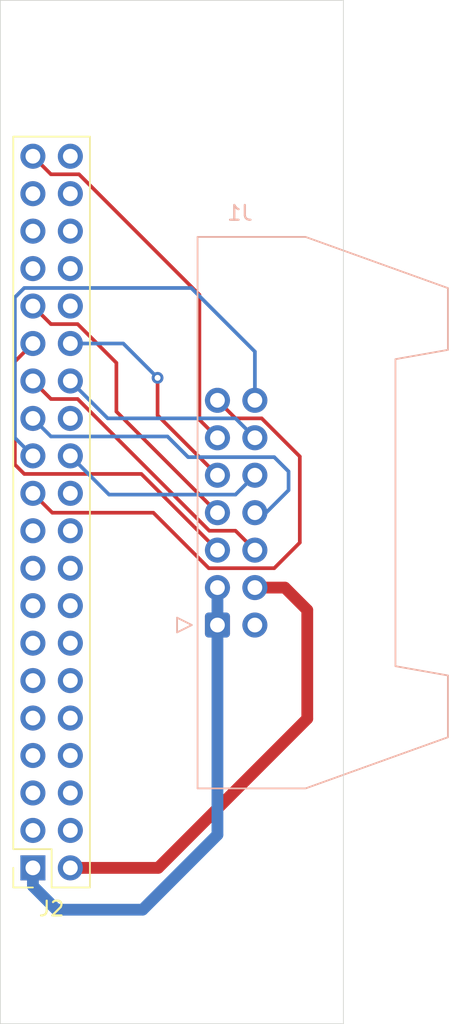
<source format=kicad_pcb>
(kicad_pcb (version 20171130) (host pcbnew "(5.1.10)-1")

  (general
    (thickness 1.6)
    (drawings 4)
    (tracks 65)
    (zones 0)
    (modules 4)
    (nets 13)
  )

  (page A4)
  (layers
    (0 F.Cu signal)
    (31 B.Cu signal)
    (32 B.Adhes user)
    (33 F.Adhes user)
    (34 B.Paste user)
    (35 F.Paste user)
    (36 B.SilkS user)
    (37 F.SilkS user)
    (38 B.Mask user)
    (39 F.Mask user)
    (40 Dwgs.User user)
    (41 Cmts.User user)
    (42 Eco1.User user)
    (43 Eco2.User user)
    (44 Edge.Cuts user)
    (45 Margin user)
    (46 B.CrtYd user)
    (47 F.CrtYd user)
    (48 B.Fab user)
    (49 F.Fab user)
  )

  (setup
    (last_trace_width 0.25)
    (user_trace_width 0.2)
    (user_trace_width 0.8)
    (user_trace_width 1.5)
    (user_trace_width 2)
    (trace_clearance 0.25)
    (zone_clearance 0.508)
    (zone_45_only no)
    (trace_min 0.2)
    (via_size 0.8)
    (via_drill 0.4)
    (via_min_size 0.4)
    (via_min_drill 0.3)
    (uvia_size 0.3)
    (uvia_drill 0.1)
    (uvias_allowed no)
    (uvia_min_size 0.2)
    (uvia_min_drill 0.1)
    (edge_width 0.05)
    (segment_width 0.2)
    (pcb_text_width 0.3)
    (pcb_text_size 1.5 1.5)
    (mod_edge_width 0.12)
    (mod_text_size 1 1)
    (mod_text_width 0.15)
    (pad_size 3.2 3.2)
    (pad_drill 3.2)
    (pad_to_mask_clearance 0)
    (aux_axis_origin 0 0)
    (grid_origin 58.928 51.816)
    (visible_elements 7FFFFFFF)
    (pcbplotparams
      (layerselection 0x010fc_ffffffff)
      (usegerberextensions false)
      (usegerberattributes true)
      (usegerberadvancedattributes true)
      (creategerberjobfile true)
      (excludeedgelayer true)
      (linewidth 0.100000)
      (plotframeref false)
      (viasonmask false)
      (mode 1)
      (useauxorigin false)
      (hpglpennumber 1)
      (hpglpenspeed 20)
      (hpglpendiameter 15.000000)
      (psnegative false)
      (psa4output false)
      (plotreference true)
      (plotvalue true)
      (plotinvisibletext false)
      (padsonsilk false)
      (subtractmaskfromsilk false)
      (outputformat 1)
      (mirror false)
      (drillshape 1)
      (scaleselection 1)
      (outputdirectory ""))
  )

  (net 0 "")
  (net 1 LCD_CS)
  (net 2 LCD_MISO)
  (net 3 LCD_SCLK)
  (net 4 LCD_DC)
  (net 5 LCD_MOSI)
  (net 6 +3V3)
  (net 7 Reset)
  (net 8 Touch_INT)
  (net 9 Touch_SCL)
  (net 10 Touch_SDA)
  (net 11 LCD_BackLight)
  (net 12 GND)

  (net_class Default "This is the default net class."
    (clearance 0.25)
    (trace_width 0.25)
    (via_dia 0.8)
    (via_drill 0.4)
    (uvia_dia 0.3)
    (uvia_drill 0.1)
    (add_net +3V3)
    (add_net GND)
    (add_net LCD_BackLight)
    (add_net LCD_CS)
    (add_net LCD_DC)
    (add_net LCD_MISO)
    (add_net LCD_MOSI)
    (add_net LCD_SCLK)
    (add_net Reset)
    (add_net Touch_INT)
    (add_net Touch_SCL)
    (add_net Touch_SDA)
  )

  (module MountingHole:MountingHole_3.2mm_M3 (layer F.Cu) (tedit 56D1B4CB) (tstamp 620AC845)
    (at 58.928 114.216)
    (descr "Mounting Hole 3.2mm, no annular, M3")
    (tags "mounting hole 3.2mm no annular m3")
    (attr virtual)
    (fp_text reference REF** (at 0 -4.2) (layer F.SilkS) hide
      (effects (font (size 1 1) (thickness 0.15)))
    )
    (fp_text value MountingHole_3.2mm_M3 (at -2.032 15.748) (layer F.Fab) hide
      (effects (font (size 1 1) (thickness 0.15)))
    )
    (fp_circle (center 0 0) (end 3.2 0) (layer Cmts.User) (width 0.15))
    (fp_circle (center 0 0) (end 3.45 0) (layer F.CrtYd) (width 0.05))
    (fp_text user %R (at 3.302 12.7) (layer F.Fab) hide
      (effects (font (size 1 1) (thickness 0.15)))
    )
    (pad 1 np_thru_hole circle (at 0 0) (size 3.2 3.2) (drill 3.2) (layers *.Cu *.Mask))
  )

  (module MountingHole:MountingHole_3.2mm_M3 (layer F.Cu) (tedit 56D1B4CB) (tstamp 620AC785)
    (at 58.928 51.816)
    (descr "Mounting Hole 3.2mm, no annular, M3")
    (tags "mounting hole 3.2mm no annular m3")
    (attr virtual)
    (fp_text reference REF** (at 0 -4.2) (layer F.SilkS) hide
      (effects (font (size 1 1) (thickness 0.15)))
    )
    (fp_text value M3 (at 8.382 -11.43) (layer F.Fab) hide
      (effects (font (size 1 1) (thickness 0.15)))
    )
    (fp_circle (center 0 0) (end 3.2 0) (layer Cmts.User) (width 0.15))
    (fp_circle (center 0 0) (end 3.45 0) (layer F.CrtYd) (width 0.05))
    (fp_text user %R (at 6.096 -7.874) (layer F.Fab) hide
      (effects (font (size 1 1) (thickness 0.15)))
    )
    (pad 1 np_thru_hole circle (at 0 0) (size 3.2 3.2) (drill 3.2) (layers *.Cu *.Mask))
  )

  (module Connector_PinSocket_2.54mm:PinSocket_2x20_P2.54mm_Vertical (layer F.Cu) (tedit 5A19A433) (tstamp 6209E70E)
    (at 47.928 107.146 180)
    (descr "Through hole straight socket strip, 2x20, 2.54mm pitch, double cols (from Kicad 4.0.7), script generated")
    (tags "Through hole socket strip THT 2x20 2.54mm double row")
    (path /62095E19)
    (fp_text reference J2 (at -1.27 -2.77) (layer F.SilkS)
      (effects (font (size 1 1) (thickness 0.15)))
    )
    (fp_text value Disp (at -1.27 51.03) (layer F.Fab)
      (effects (font (size 1 1) (thickness 0.15)))
    )
    (fp_line (start -4.34 50) (end -4.34 -1.8) (layer F.CrtYd) (width 0.05))
    (fp_line (start 1.76 50) (end -4.34 50) (layer F.CrtYd) (width 0.05))
    (fp_line (start 1.76 -1.8) (end 1.76 50) (layer F.CrtYd) (width 0.05))
    (fp_line (start -4.34 -1.8) (end 1.76 -1.8) (layer F.CrtYd) (width 0.05))
    (fp_line (start 0 -1.33) (end 1.33 -1.33) (layer F.SilkS) (width 0.12))
    (fp_line (start 1.33 -1.33) (end 1.33 0) (layer F.SilkS) (width 0.12))
    (fp_line (start -1.27 -1.33) (end -1.27 1.27) (layer F.SilkS) (width 0.12))
    (fp_line (start -1.27 1.27) (end 1.33 1.27) (layer F.SilkS) (width 0.12))
    (fp_line (start 1.33 1.27) (end 1.33 49.59) (layer F.SilkS) (width 0.12))
    (fp_line (start -3.87 49.59) (end 1.33 49.59) (layer F.SilkS) (width 0.12))
    (fp_line (start -3.87 -1.33) (end -3.87 49.59) (layer F.SilkS) (width 0.12))
    (fp_line (start -3.87 -1.33) (end -1.27 -1.33) (layer F.SilkS) (width 0.12))
    (fp_line (start -3.81 49.53) (end -3.81 -1.27) (layer F.Fab) (width 0.1))
    (fp_line (start 1.27 49.53) (end -3.81 49.53) (layer F.Fab) (width 0.1))
    (fp_line (start 1.27 -0.27) (end 1.27 49.53) (layer F.Fab) (width 0.1))
    (fp_line (start 0.27 -1.27) (end 1.27 -0.27) (layer F.Fab) (width 0.1))
    (fp_line (start -3.81 -1.27) (end 0.27 -1.27) (layer F.Fab) (width 0.1))
    (fp_text user %R (at -1.27 24.13 90) (layer F.Fab)
      (effects (font (size 1 1) (thickness 0.15)))
    )
    (pad 40 thru_hole oval (at -2.54 48.26 180) (size 1.7 1.7) (drill 1) (layers *.Cu *.Mask))
    (pad 39 thru_hole oval (at 0 48.26 180) (size 1.7 1.7) (drill 1) (layers *.Cu *.Mask)
      (net 8 Touch_INT))
    (pad 38 thru_hole oval (at -2.54 45.72 180) (size 1.7 1.7) (drill 1) (layers *.Cu *.Mask))
    (pad 37 thru_hole oval (at 0 45.72 180) (size 1.7 1.7) (drill 1) (layers *.Cu *.Mask))
    (pad 36 thru_hole oval (at -2.54 43.18 180) (size 1.7 1.7) (drill 1) (layers *.Cu *.Mask))
    (pad 35 thru_hole oval (at 0 43.18 180) (size 1.7 1.7) (drill 1) (layers *.Cu *.Mask))
    (pad 34 thru_hole oval (at -2.54 40.64 180) (size 1.7 1.7) (drill 1) (layers *.Cu *.Mask))
    (pad 33 thru_hole oval (at 0 40.64 180) (size 1.7 1.7) (drill 1) (layers *.Cu *.Mask))
    (pad 32 thru_hole oval (at -2.54 38.1 180) (size 1.7 1.7) (drill 1) (layers *.Cu *.Mask))
    (pad 31 thru_hole oval (at 0 38.1 180) (size 1.7 1.7) (drill 1) (layers *.Cu *.Mask)
      (net 10 Touch_SDA))
    (pad 30 thru_hole oval (at -2.54 35.56 180) (size 1.7 1.7) (drill 1) (layers *.Cu *.Mask)
      (net 9 Touch_SCL))
    (pad 29 thru_hole oval (at 0 35.56 180) (size 1.7 1.7) (drill 1) (layers *.Cu *.Mask)
      (net 11 LCD_BackLight))
    (pad 28 thru_hole oval (at -2.54 33.02 180) (size 1.7 1.7) (drill 1) (layers *.Cu *.Mask)
      (net 2 LCD_MISO))
    (pad 27 thru_hole oval (at 0 33.02 180) (size 1.7 1.7) (drill 1) (layers *.Cu *.Mask)
      (net 5 LCD_MOSI))
    (pad 26 thru_hole oval (at -2.54 30.48 180) (size 1.7 1.7) (drill 1) (layers *.Cu *.Mask))
    (pad 25 thru_hole oval (at 0 30.48 180) (size 1.7 1.7) (drill 1) (layers *.Cu *.Mask)
      (net 4 LCD_DC))
    (pad 24 thru_hole oval (at -2.54 27.94 180) (size 1.7 1.7) (drill 1) (layers *.Cu *.Mask)
      (net 3 LCD_SCLK))
    (pad 23 thru_hole oval (at 0 27.94 180) (size 1.7 1.7) (drill 1) (layers *.Cu *.Mask)
      (net 1 LCD_CS))
    (pad 22 thru_hole oval (at -2.54 25.4 180) (size 1.7 1.7) (drill 1) (layers *.Cu *.Mask))
    (pad 21 thru_hole oval (at 0 25.4 180) (size 1.7 1.7) (drill 1) (layers *.Cu *.Mask)
      (net 7 Reset))
    (pad 20 thru_hole oval (at -2.54 22.86 180) (size 1.7 1.7) (drill 1) (layers *.Cu *.Mask))
    (pad 19 thru_hole oval (at 0 22.86 180) (size 1.7 1.7) (drill 1) (layers *.Cu *.Mask))
    (pad 18 thru_hole oval (at -2.54 20.32 180) (size 1.7 1.7) (drill 1) (layers *.Cu *.Mask))
    (pad 17 thru_hole oval (at 0 20.32 180) (size 1.7 1.7) (drill 1) (layers *.Cu *.Mask))
    (pad 16 thru_hole oval (at -2.54 17.78 180) (size 1.7 1.7) (drill 1) (layers *.Cu *.Mask))
    (pad 15 thru_hole oval (at 0 17.78 180) (size 1.7 1.7) (drill 1) (layers *.Cu *.Mask))
    (pad 14 thru_hole oval (at -2.54 15.24 180) (size 1.7 1.7) (drill 1) (layers *.Cu *.Mask))
    (pad 13 thru_hole oval (at 0 15.24 180) (size 1.7 1.7) (drill 1) (layers *.Cu *.Mask))
    (pad 12 thru_hole oval (at -2.54 12.7 180) (size 1.7 1.7) (drill 1) (layers *.Cu *.Mask))
    (pad 11 thru_hole oval (at 0 12.7 180) (size 1.7 1.7) (drill 1) (layers *.Cu *.Mask))
    (pad 10 thru_hole oval (at -2.54 10.16 180) (size 1.7 1.7) (drill 1) (layers *.Cu *.Mask))
    (pad 9 thru_hole oval (at 0 10.16 180) (size 1.7 1.7) (drill 1) (layers *.Cu *.Mask))
    (pad 8 thru_hole oval (at -2.54 7.62 180) (size 1.7 1.7) (drill 1) (layers *.Cu *.Mask))
    (pad 7 thru_hole oval (at 0 7.62 180) (size 1.7 1.7) (drill 1) (layers *.Cu *.Mask))
    (pad 6 thru_hole oval (at -2.54 5.08 180) (size 1.7 1.7) (drill 1) (layers *.Cu *.Mask))
    (pad 5 thru_hole oval (at 0 5.08 180) (size 1.7 1.7) (drill 1) (layers *.Cu *.Mask))
    (pad 4 thru_hole oval (at -2.54 2.54 180) (size 1.7 1.7) (drill 1) (layers *.Cu *.Mask))
    (pad 3 thru_hole oval (at 0 2.54 180) (size 1.7 1.7) (drill 1) (layers *.Cu *.Mask))
    (pad 2 thru_hole oval (at -2.54 0 180) (size 1.7 1.7) (drill 1) (layers *.Cu *.Mask)
      (net 6 +3V3))
    (pad 1 thru_hole rect (at 0 0 180) (size 1.7 1.7) (drill 1) (layers *.Cu *.Mask)
      (net 12 GND))
    (model ${KIPRJMOD}/shapes3D/PinSocket_2x20_P2.54mm_Vertical.wrl
      (at (xyz 0 0 0))
      (scale (xyz 1 1 1))
      (rotate (xyz 0 0 0))
    )
  )

  (module Connector_IDC:IDC-Header_2x07_P2.54mm_Latch_Horizontal (layer B.Cu) (tedit 5EAC9A07) (tstamp 6209E6D0)
    (at 60.452 90.678)
    (descr "Through hole IDC header, 2x07, 2.54mm pitch, DIN 41651 / IEC 60603-13, double rows latches, https://docs.google.com/spreadsheets/d/16SsEcesNF15N3Lb4niX7dcUr-NY5_MFPQhobNuNppn4/edit#gid=0")
    (tags "Through hole horizontal IDC header THT 2x07 2.54mm double row")
    (path /6209B0F5)
    (fp_text reference J1 (at 1.524 -27.94) (layer B.SilkS)
      (effects (font (size 1 1) (thickness 0.15)) (justify mirror))
    )
    (fp_text value MCU (at 7.145 -27.21) (layer B.Fab)
      (effects (font (size 1 1) (thickness 0.15)) (justify mirror))
    )
    (fp_line (start -1.24 10.97) (end 5.87 10.97) (layer B.Fab) (width 0.1))
    (fp_line (start 5.87 10.97) (end 15.53 7.5) (layer B.Fab) (width 0.1))
    (fp_line (start 15.53 7.5) (end 15.53 3.53) (layer B.Fab) (width 0.1))
    (fp_line (start 15.53 3.53) (end 11.97 2.9) (layer B.Fab) (width 0.1))
    (fp_line (start 11.97 2.9) (end 11.97 -18.14) (layer B.Fab) (width 0.1))
    (fp_line (start 11.97 -18.14) (end 15.53 -18.77) (layer B.Fab) (width 0.1))
    (fp_line (start 15.53 -18.77) (end 15.53 -22.74) (layer B.Fab) (width 0.1))
    (fp_line (start 15.53 -22.74) (end 5.87 -26.21) (layer B.Fab) (width 0.1))
    (fp_line (start 5.87 -26.21) (end -1.24 -26.21) (layer B.Fab) (width 0.1))
    (fp_line (start -1.24 -26.21) (end -1.24 10.97) (layer B.Fab) (width 0.1))
    (fp_line (start -1.35 11.08) (end 5.98 11.08) (layer B.SilkS) (width 0.12))
    (fp_line (start 5.98 11.08) (end 15.64 7.61) (layer B.SilkS) (width 0.12))
    (fp_line (start 15.64 7.61) (end 15.64 3.42) (layer B.SilkS) (width 0.12))
    (fp_line (start 15.64 3.42) (end 12.08 2.79) (layer B.SilkS) (width 0.12))
    (fp_line (start 12.08 2.79) (end 12.08 -18.03) (layer B.SilkS) (width 0.12))
    (fp_line (start 12.08 -18.03) (end 15.64 -18.66) (layer B.SilkS) (width 0.12))
    (fp_line (start 15.64 -18.66) (end 15.64 -22.85) (layer B.SilkS) (width 0.12))
    (fp_line (start 15.64 -22.85) (end 5.98 -26.32) (layer B.SilkS) (width 0.12))
    (fp_line (start 5.98 -26.32) (end -1.35 -26.32) (layer B.SilkS) (width 0.12))
    (fp_line (start -1.35 -26.32) (end -1.35 11.08) (layer B.SilkS) (width 0.12))
    (fp_line (start -1.74 0) (end -2.74 0.5) (layer B.SilkS) (width 0.12))
    (fp_line (start -2.74 0.5) (end -2.74 -0.5) (layer B.SilkS) (width 0.12))
    (fp_line (start -2.74 -0.5) (end -1.74 0) (layer B.SilkS) (width 0.12))
    (fp_line (start -1.74 11.47) (end -1.74 -26.71) (layer B.CrtYd) (width 0.05))
    (fp_line (start -1.74 -26.71) (end 16.03 -26.71) (layer B.CrtYd) (width 0.05))
    (fp_line (start 16.03 -26.71) (end 16.03 11.47) (layer B.CrtYd) (width 0.05))
    (fp_line (start 16.03 11.47) (end -1.74 11.47) (layer B.CrtYd) (width 0.05))
    (fp_text user %R (at -3.302 -3.048 -90) (layer B.Fab)
      (effects (font (size 1 1) (thickness 0.15)) (justify mirror))
    )
    (pad 14 thru_hole circle (at 2.54 -15.24) (size 1.7 1.7) (drill 1) (layers *.Cu *.Mask)
      (net 1 LCD_CS))
    (pad 12 thru_hole circle (at 2.54 -12.7) (size 1.7 1.7) (drill 1) (layers *.Cu *.Mask)
      (net 2 LCD_MISO))
    (pad 10 thru_hole circle (at 2.54 -10.16) (size 1.7 1.7) (drill 1) (layers *.Cu *.Mask)
      (net 3 LCD_SCLK))
    (pad 8 thru_hole circle (at 2.54 -7.62) (size 1.7 1.7) (drill 1) (layers *.Cu *.Mask)
      (net 4 LCD_DC))
    (pad 6 thru_hole circle (at 2.54 -5.08) (size 1.7 1.7) (drill 1) (layers *.Cu *.Mask)
      (net 5 LCD_MOSI))
    (pad 4 thru_hole circle (at 2.54 -2.54) (size 1.7 1.7) (drill 1) (layers *.Cu *.Mask)
      (net 6 +3V3))
    (pad 2 thru_hole circle (at 2.54 0) (size 1.7 1.7) (drill 1) (layers *.Cu *.Mask))
    (pad 13 thru_hole circle (at 0 -15.24) (size 1.7 1.7) (drill 1) (layers *.Cu *.Mask)
      (net 7 Reset))
    (pad 11 thru_hole circle (at 0 -12.7) (size 1.7 1.7) (drill 1) (layers *.Cu *.Mask)
      (net 8 Touch_INT))
    (pad 9 thru_hole circle (at 0 -10.16) (size 1.7 1.7) (drill 1) (layers *.Cu *.Mask)
      (net 9 Touch_SCL))
    (pad 7 thru_hole circle (at 0 -7.62) (size 1.7 1.7) (drill 1) (layers *.Cu *.Mask)
      (net 10 Touch_SDA))
    (pad 5 thru_hole circle (at 0 -5.08) (size 1.7 1.7) (drill 1) (layers *.Cu *.Mask)
      (net 11 LCD_BackLight))
    (pad 3 thru_hole circle (at 0 -2.54) (size 1.7 1.7) (drill 1) (layers *.Cu *.Mask)
      (net 12 GND))
    (pad 1 thru_hole roundrect (at 0 0) (size 1.7 1.7) (drill 1) (layers *.Cu *.Mask) (roundrect_rratio 0.147059)
      (net 12 GND))
    (model ${KIPRJMOD}/shapes3D/5499913-2.wrl
      (offset (xyz 6.5 -7.5 4.5))
      (scale (xyz 0.395 0.395 0.4))
      (rotate (xyz -90 0 -90))
    )
  )

  (gr_line (start 45.72 48.316) (end 45.72 117.716) (layer Edge.Cuts) (width 0.05))
  (gr_line (start 45.72 117.716) (end 69 117.716) (layer Edge.Cuts) (width 0.05))
  (gr_line (start 69 48.316) (end 69 117.716) (layer Edge.Cuts) (width 0.05))
  (gr_line (start 45.72 48.316) (end 69 48.316) (layer Edge.Cuts) (width 0.05))

  (segment (start 47.339999 67.820999) (end 58.676999 67.820999) (width 0.25) (layer B.Cu) (net 1))
  (segment (start 46.702999 68.457999) (end 47.339999 67.820999) (width 0.25) (layer B.Cu) (net 1))
  (segment (start 46.702999 77.980999) (end 46.702999 68.457999) (width 0.25) (layer B.Cu) (net 1))
  (segment (start 47.928 79.206) (end 46.702999 77.980999) (width 0.25) (layer B.Cu) (net 1))
  (segment (start 62.992 72.136) (end 62.992 75.438) (width 0.25) (layer B.Cu) (net 1))
  (segment (start 58.676999 67.820999) (end 62.992 72.136) (width 0.25) (layer B.Cu) (net 1))
  (segment (start 53.005001 76.663001) (end 50.468 74.126) (width 0.25) (layer B.Cu) (net 2))
  (segment (start 61.677001 76.663001) (end 53.005001 76.663001) (width 0.25) (layer B.Cu) (net 2))
  (segment (start 62.992 77.978) (end 61.677001 76.663001) (width 0.25) (layer B.Cu) (net 2))
  (segment (start 61.677001 81.832999) (end 62.992 80.518) (width 0.25) (layer B.Cu) (net 3))
  (segment (start 53.094999 81.832999) (end 61.677001 81.832999) (width 0.25) (layer B.Cu) (net 3))
  (segment (start 50.468 79.206) (end 53.094999 81.832999) (width 0.25) (layer B.Cu) (net 3))
  (segment (start 63.754 83.058) (end 62.992 83.058) (width 0.25) (layer B.Cu) (net 4))
  (segment (start 65.278 81.534) (end 63.754 83.058) (width 0.25) (layer B.Cu) (net 4))
  (segment (start 58.464999 79.292999) (end 64.306999 79.292999) (width 0.25) (layer B.Cu) (net 4))
  (segment (start 64.306999 79.292999) (end 65.278 80.264) (width 0.25) (layer B.Cu) (net 4))
  (segment (start 57.063001 77.891001) (end 58.464999 79.292999) (width 0.25) (layer B.Cu) (net 4))
  (segment (start 65.278 80.264) (end 65.278 81.534) (width 0.25) (layer B.Cu) (net 4))
  (segment (start 49.153001 77.891001) (end 57.063001 77.891001) (width 0.25) (layer B.Cu) (net 4))
  (segment (start 47.928 76.666) (end 49.153001 77.891001) (width 0.25) (layer B.Cu) (net 4))
  (segment (start 49.153001 75.351001) (end 47.928 74.126) (width 0.25) (layer F.Cu) (net 5))
  (segment (start 50.966003 75.351001) (end 49.153001 75.351001) (width 0.25) (layer F.Cu) (net 5))
  (segment (start 59.898003 84.283001) (end 50.966003 75.351001) (width 0.25) (layer F.Cu) (net 5))
  (segment (start 61.677001 84.283001) (end 59.898003 84.283001) (width 0.25) (layer F.Cu) (net 5))
  (segment (start 62.992 85.598) (end 61.677001 84.283001) (width 0.25) (layer F.Cu) (net 5))
  (segment (start 50.468 107.146) (end 56.43 107.146) (width 0.8) (layer F.Cu) (net 6))
  (segment (start 56.43 107.146) (end 66.548 97.028) (width 0.8) (layer F.Cu) (net 6))
  (segment (start 66.548 97.028) (end 66.548 89.662) (width 0.8) (layer F.Cu) (net 6))
  (segment (start 65.024 88.138) (end 62.992 88.138) (width 0.8) (layer F.Cu) (net 6))
  (segment (start 66.548 89.662) (end 65.024 88.138) (width 0.8) (layer F.Cu) (net 6))
  (segment (start 59.863999 86.823001) (end 64.306999 86.823001) (width 0.25) (layer F.Cu) (net 7))
  (segment (start 56.101997 83.060999) (end 59.863999 86.823001) (width 0.25) (layer F.Cu) (net 7))
  (segment (start 49.242999 83.060999) (end 56.101997 83.060999) (width 0.25) (layer F.Cu) (net 7))
  (segment (start 47.928 81.746) (end 49.242999 83.060999) (width 0.25) (layer F.Cu) (net 7))
  (segment (start 64.306999 86.823001) (end 66.04 85.09) (width 0.25) (layer F.Cu) (net 7))
  (segment (start 61.677001 76.663001) (end 60.452 75.438) (width 0.25) (layer F.Cu) (net 7))
  (segment (start 66.04 79.248) (end 63.455001 76.663001) (width 0.25) (layer F.Cu) (net 7))
  (segment (start 63.455001 76.663001) (end 61.677001 76.663001) (width 0.25) (layer F.Cu) (net 7))
  (segment (start 66.04 85.09) (end 66.04 79.248) (width 0.25) (layer F.Cu) (net 7))
  (segment (start 49.153001 60.111001) (end 47.928 58.886) (width 0.25) (layer F.Cu) (net 8))
  (segment (start 51.056001 60.111001) (end 49.153001 60.111001) (width 0.25) (layer F.Cu) (net 8))
  (segment (start 59.226999 68.281999) (end 51.056001 60.111001) (width 0.25) (layer F.Cu) (net 8))
  (segment (start 59.226999 76.752999) (end 59.226999 68.281999) (width 0.25) (layer F.Cu) (net 8))
  (segment (start 60.452 77.978) (end 59.226999 76.752999) (width 0.25) (layer F.Cu) (net 8))
  (segment (start 60.452 80.518) (end 56.388 76.454) (width 0.25) (layer F.Cu) (net 9))
  (via (at 56.388 73.914) (size 0.8) (drill 0.4) (layers F.Cu B.Cu) (net 9))
  (segment (start 56.388 76.454) (end 56.388 73.914) (width 0.25) (layer F.Cu) (net 9))
  (segment (start 54.06 71.586) (end 50.468 71.586) (width 0.25) (layer B.Cu) (net 9))
  (segment (start 56.388 73.914) (end 54.06 71.586) (width 0.25) (layer B.Cu) (net 9))
  (segment (start 60.452 83.058) (end 53.594 76.2) (width 0.25) (layer F.Cu) (net 10))
  (segment (start 49.153001 70.271001) (end 47.928 69.046) (width 0.25) (layer F.Cu) (net 10))
  (segment (start 50.966003 70.271001) (end 49.153001 70.271001) (width 0.25) (layer F.Cu) (net 10))
  (segment (start 53.594 72.898998) (end 50.966003 70.271001) (width 0.25) (layer F.Cu) (net 10))
  (segment (start 53.594 76.2) (end 53.594 72.898998) (width 0.25) (layer F.Cu) (net 10))
  (segment (start 46.702999 72.811001) (end 47.928 71.586) (width 0.25) (layer F.Cu) (net 11))
  (segment (start 46.702999 79.794001) (end 46.702999 72.811001) (width 0.25) (layer F.Cu) (net 11))
  (segment (start 47.339999 80.431001) (end 46.702999 79.794001) (width 0.25) (layer F.Cu) (net 11))
  (segment (start 55.285001 80.431001) (end 47.339999 80.431001) (width 0.25) (layer F.Cu) (net 11))
  (segment (start 60.452 85.598) (end 55.285001 80.431001) (width 0.25) (layer F.Cu) (net 11))
  (segment (start 47.928 107.146) (end 47.928 108.38) (width 0.8) (layer B.Cu) (net 12))
  (segment (start 47.928 108.38) (end 49.53 109.982) (width 0.8) (layer B.Cu) (net 12))
  (segment (start 49.53 109.982) (end 55.372 109.982) (width 0.8) (layer B.Cu) (net 12))
  (segment (start 60.452 104.902) (end 60.452 90.678) (width 0.8) (layer B.Cu) (net 12))
  (segment (start 55.372 109.982) (end 60.452 104.902) (width 0.8) (layer B.Cu) (net 12))
  (segment (start 60.452 90.678) (end 60.452 88.138) (width 0.8) (layer B.Cu) (net 12))

)

</source>
